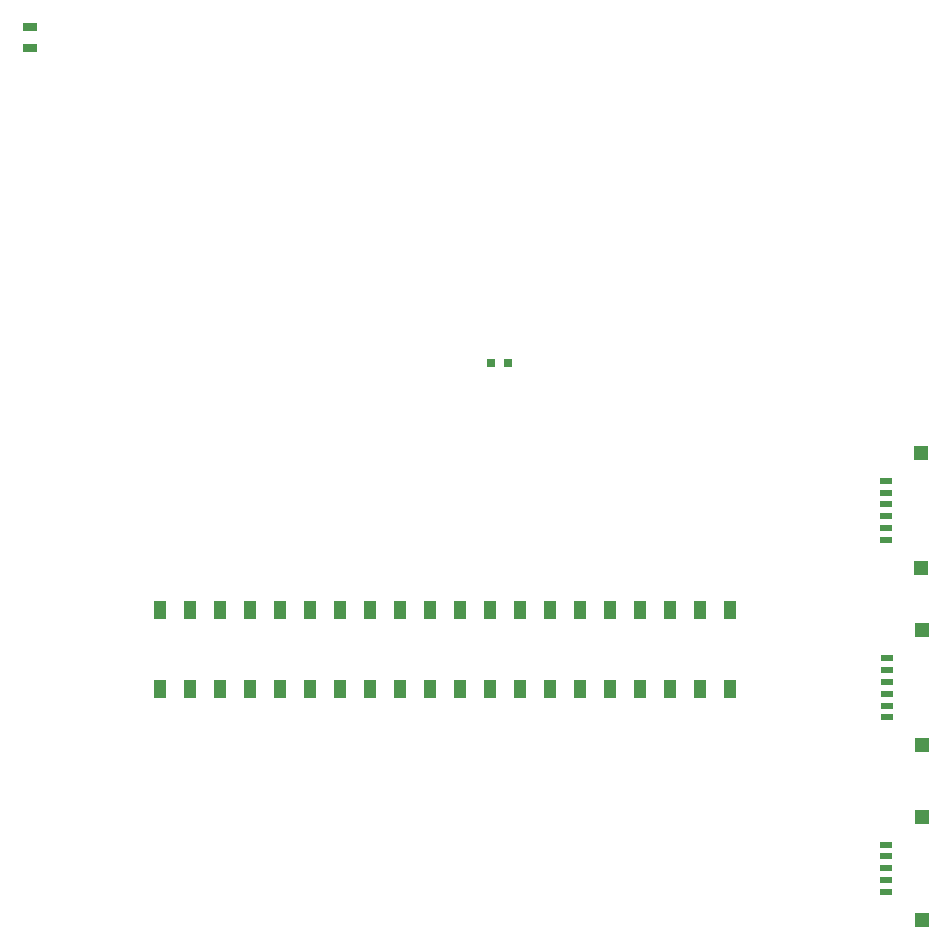
<source format=gbr>
G04 EAGLE Gerber RS-274X export*
G75*
%MOMM*%
%FSLAX34Y34*%
%LPD*%
%INSolderpaste Top*%
%IPPOS*%
%AMOC8*
5,1,8,0,0,1.08239X$1,22.5*%
G01*
%ADD10R,1.200000X0.800000*%
%ADD11R,0.990600X0.558800*%
%ADD12R,1.270000X1.295400*%
%ADD13R,1.020000X1.524000*%
%ADD14R,1.000000X0.550000*%
%ADD15R,1.300000X1.260000*%
%ADD16R,0.800000X0.800000*%


D10*
X81690Y851440D03*
X81690Y833440D03*
D11*
X807324Y266800D03*
X807324Y276800D03*
X807324Y286800D03*
X807324Y296800D03*
X807324Y306800D03*
X807324Y316800D03*
D12*
X837224Y340550D03*
X837224Y243050D03*
D13*
X191600Y358140D03*
X217000Y358140D03*
X242400Y358140D03*
X267800Y358140D03*
X293200Y358140D03*
X318600Y358140D03*
X344000Y358140D03*
X369400Y358140D03*
X394800Y358140D03*
X420200Y358140D03*
X445600Y358140D03*
X471000Y358140D03*
X496400Y358140D03*
X521800Y358140D03*
X547200Y358140D03*
X572600Y358140D03*
X598000Y358140D03*
X623400Y358140D03*
X648800Y358140D03*
X674200Y358140D03*
X191600Y291060D03*
X217000Y291060D03*
X242400Y291060D03*
X267800Y291060D03*
X293200Y291060D03*
X318600Y291060D03*
X344000Y291060D03*
X369400Y291060D03*
X394800Y291060D03*
X420200Y291060D03*
X445600Y291060D03*
X471000Y291060D03*
X496400Y291060D03*
X521800Y291060D03*
X547200Y291060D03*
X572600Y291060D03*
X598000Y291060D03*
X623400Y291060D03*
X648800Y291060D03*
X674200Y291060D03*
D14*
X806800Y119100D03*
X806800Y129100D03*
X806800Y139100D03*
X806800Y149100D03*
X806800Y159100D03*
D15*
X836700Y95350D03*
X836700Y182900D03*
D11*
X806224Y417100D03*
X806224Y427100D03*
X806224Y437100D03*
X806224Y447100D03*
X806224Y457100D03*
X806224Y467100D03*
D12*
X836124Y490850D03*
X836124Y393350D03*
D16*
X486800Y567200D03*
X471800Y567200D03*
M02*

</source>
